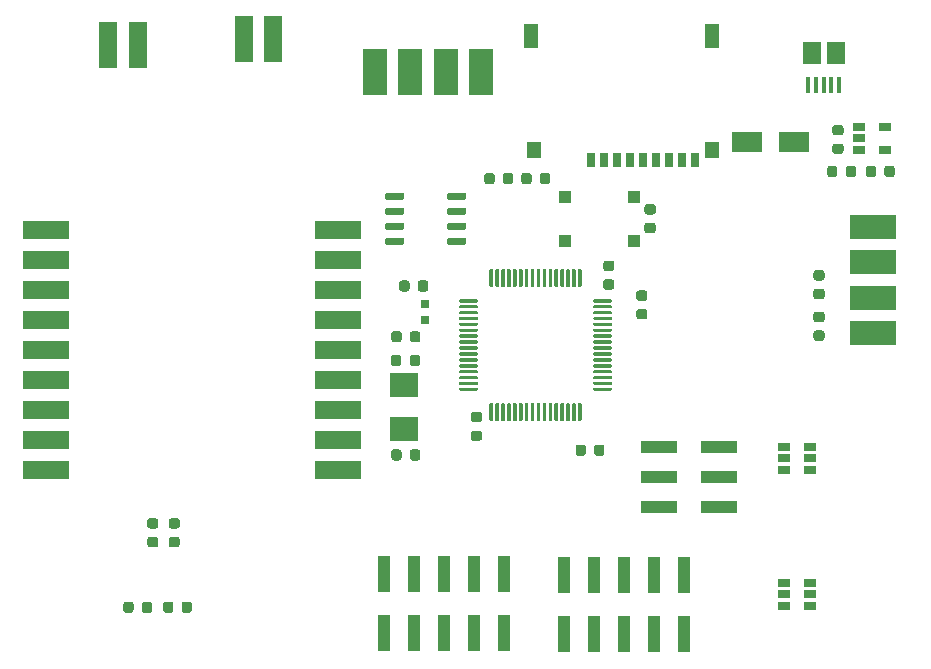
<source format=gbr>
%TF.GenerationSoftware,KiCad,Pcbnew,5.1.6-c6e7f7d~86~ubuntu20.04.1*%
%TF.CreationDate,2020-06-03T17:40:23+02:00*%
%TF.ProjectId,FShort,4653686f-7274-42e6-9b69-6361645f7063,rev?*%
%TF.SameCoordinates,Original*%
%TF.FileFunction,Paste,Top*%
%TF.FilePolarity,Positive*%
%FSLAX46Y46*%
G04 Gerber Fmt 4.6, Leading zero omitted, Abs format (unit mm)*
G04 Created by KiCad (PCBNEW 5.1.6-c6e7f7d~86~ubuntu20.04.1) date 2020-06-03 17:40:23*
%MOMM*%
%LPD*%
G01*
G04 APERTURE LIST*
%ADD10R,2.400000X2.000000*%
%ADD11R,2.500000X1.800000*%
%ADD12R,1.500000X1.900000*%
%ADD13R,0.400000X1.350000*%
%ADD14R,1.000000X3.150000*%
%ADD15R,2.000000X4.000000*%
%ADD16R,4.000000X2.000000*%
%ADD17R,3.150000X1.000000*%
%ADD18R,1.200000X1.400000*%
%ADD19R,0.700000X1.300000*%
%ADD20R,1.200000X2.000000*%
%ADD21R,1.100000X1.000000*%
%ADD22R,1.060000X0.650000*%
%ADD23R,4.000000X1.524000*%
%ADD24R,1.524000X4.000000*%
%ADD25R,0.800000X0.800000*%
G04 APERTURE END LIST*
%TO.C,C14*%
G36*
G01*
X114143750Y-84037500D02*
X114656250Y-84037500D01*
G75*
G02*
X114875000Y-84256250I0J-218750D01*
G01*
X114875000Y-84693750D01*
G75*
G02*
X114656250Y-84912500I-218750J0D01*
G01*
X114143750Y-84912500D01*
G75*
G02*
X113925000Y-84693750I0J218750D01*
G01*
X113925000Y-84256250D01*
G75*
G02*
X114143750Y-84037500I218750J0D01*
G01*
G37*
G36*
G01*
X114143750Y-82462500D02*
X114656250Y-82462500D01*
G75*
G02*
X114875000Y-82681250I0J-218750D01*
G01*
X114875000Y-83118750D01*
G75*
G02*
X114656250Y-83337500I-218750J0D01*
G01*
X114143750Y-83337500D01*
G75*
G02*
X113925000Y-83118750I0J218750D01*
G01*
X113925000Y-82681250D01*
G75*
G02*
X114143750Y-82462500I218750J0D01*
G01*
G37*
%TD*%
%TO.C,C13*%
G36*
G01*
X112343750Y-84037500D02*
X112856250Y-84037500D01*
G75*
G02*
X113075000Y-84256250I0J-218750D01*
G01*
X113075000Y-84693750D01*
G75*
G02*
X112856250Y-84912500I-218750J0D01*
G01*
X112343750Y-84912500D01*
G75*
G02*
X112125000Y-84693750I0J218750D01*
G01*
X112125000Y-84256250D01*
G75*
G02*
X112343750Y-84037500I218750J0D01*
G01*
G37*
G36*
G01*
X112343750Y-82462500D02*
X112856250Y-82462500D01*
G75*
G02*
X113075000Y-82681250I0J-218750D01*
G01*
X113075000Y-83118750D01*
G75*
G02*
X112856250Y-83337500I-218750J0D01*
G01*
X112343750Y-83337500D01*
G75*
G02*
X112125000Y-83118750I0J218750D01*
G01*
X112125000Y-82681250D01*
G75*
G02*
X112343750Y-82462500I218750J0D01*
G01*
G37*
%TD*%
D10*
%TO.C,Y1*%
X133900000Y-74900000D03*
X133900000Y-71200000D03*
%TD*%
%TO.C,U1*%
G36*
G01*
X138550000Y-64125000D02*
X138550000Y-63975000D01*
G75*
G02*
X138625000Y-63900000I75000J0D01*
G01*
X140025000Y-63900000D01*
G75*
G02*
X140100000Y-63975000I0J-75000D01*
G01*
X140100000Y-64125000D01*
G75*
G02*
X140025000Y-64200000I-75000J0D01*
G01*
X138625000Y-64200000D01*
G75*
G02*
X138550000Y-64125000I0J75000D01*
G01*
G37*
G36*
G01*
X138550000Y-64625000D02*
X138550000Y-64475000D01*
G75*
G02*
X138625000Y-64400000I75000J0D01*
G01*
X140025000Y-64400000D01*
G75*
G02*
X140100000Y-64475000I0J-75000D01*
G01*
X140100000Y-64625000D01*
G75*
G02*
X140025000Y-64700000I-75000J0D01*
G01*
X138625000Y-64700000D01*
G75*
G02*
X138550000Y-64625000I0J75000D01*
G01*
G37*
G36*
G01*
X138550000Y-65125000D02*
X138550000Y-64975000D01*
G75*
G02*
X138625000Y-64900000I75000J0D01*
G01*
X140025000Y-64900000D01*
G75*
G02*
X140100000Y-64975000I0J-75000D01*
G01*
X140100000Y-65125000D01*
G75*
G02*
X140025000Y-65200000I-75000J0D01*
G01*
X138625000Y-65200000D01*
G75*
G02*
X138550000Y-65125000I0J75000D01*
G01*
G37*
G36*
G01*
X138550000Y-65625000D02*
X138550000Y-65475000D01*
G75*
G02*
X138625000Y-65400000I75000J0D01*
G01*
X140025000Y-65400000D01*
G75*
G02*
X140100000Y-65475000I0J-75000D01*
G01*
X140100000Y-65625000D01*
G75*
G02*
X140025000Y-65700000I-75000J0D01*
G01*
X138625000Y-65700000D01*
G75*
G02*
X138550000Y-65625000I0J75000D01*
G01*
G37*
G36*
G01*
X138550000Y-66125000D02*
X138550000Y-65975000D01*
G75*
G02*
X138625000Y-65900000I75000J0D01*
G01*
X140025000Y-65900000D01*
G75*
G02*
X140100000Y-65975000I0J-75000D01*
G01*
X140100000Y-66125000D01*
G75*
G02*
X140025000Y-66200000I-75000J0D01*
G01*
X138625000Y-66200000D01*
G75*
G02*
X138550000Y-66125000I0J75000D01*
G01*
G37*
G36*
G01*
X138550000Y-66625000D02*
X138550000Y-66475000D01*
G75*
G02*
X138625000Y-66400000I75000J0D01*
G01*
X140025000Y-66400000D01*
G75*
G02*
X140100000Y-66475000I0J-75000D01*
G01*
X140100000Y-66625000D01*
G75*
G02*
X140025000Y-66700000I-75000J0D01*
G01*
X138625000Y-66700000D01*
G75*
G02*
X138550000Y-66625000I0J75000D01*
G01*
G37*
G36*
G01*
X138550000Y-67125000D02*
X138550000Y-66975000D01*
G75*
G02*
X138625000Y-66900000I75000J0D01*
G01*
X140025000Y-66900000D01*
G75*
G02*
X140100000Y-66975000I0J-75000D01*
G01*
X140100000Y-67125000D01*
G75*
G02*
X140025000Y-67200000I-75000J0D01*
G01*
X138625000Y-67200000D01*
G75*
G02*
X138550000Y-67125000I0J75000D01*
G01*
G37*
G36*
G01*
X138550000Y-67625000D02*
X138550000Y-67475000D01*
G75*
G02*
X138625000Y-67400000I75000J0D01*
G01*
X140025000Y-67400000D01*
G75*
G02*
X140100000Y-67475000I0J-75000D01*
G01*
X140100000Y-67625000D01*
G75*
G02*
X140025000Y-67700000I-75000J0D01*
G01*
X138625000Y-67700000D01*
G75*
G02*
X138550000Y-67625000I0J75000D01*
G01*
G37*
G36*
G01*
X138550000Y-68125000D02*
X138550000Y-67975000D01*
G75*
G02*
X138625000Y-67900000I75000J0D01*
G01*
X140025000Y-67900000D01*
G75*
G02*
X140100000Y-67975000I0J-75000D01*
G01*
X140100000Y-68125000D01*
G75*
G02*
X140025000Y-68200000I-75000J0D01*
G01*
X138625000Y-68200000D01*
G75*
G02*
X138550000Y-68125000I0J75000D01*
G01*
G37*
G36*
G01*
X138550000Y-68625000D02*
X138550000Y-68475000D01*
G75*
G02*
X138625000Y-68400000I75000J0D01*
G01*
X140025000Y-68400000D01*
G75*
G02*
X140100000Y-68475000I0J-75000D01*
G01*
X140100000Y-68625000D01*
G75*
G02*
X140025000Y-68700000I-75000J0D01*
G01*
X138625000Y-68700000D01*
G75*
G02*
X138550000Y-68625000I0J75000D01*
G01*
G37*
G36*
G01*
X138550000Y-69125000D02*
X138550000Y-68975000D01*
G75*
G02*
X138625000Y-68900000I75000J0D01*
G01*
X140025000Y-68900000D01*
G75*
G02*
X140100000Y-68975000I0J-75000D01*
G01*
X140100000Y-69125000D01*
G75*
G02*
X140025000Y-69200000I-75000J0D01*
G01*
X138625000Y-69200000D01*
G75*
G02*
X138550000Y-69125000I0J75000D01*
G01*
G37*
G36*
G01*
X138550000Y-69625000D02*
X138550000Y-69475000D01*
G75*
G02*
X138625000Y-69400000I75000J0D01*
G01*
X140025000Y-69400000D01*
G75*
G02*
X140100000Y-69475000I0J-75000D01*
G01*
X140100000Y-69625000D01*
G75*
G02*
X140025000Y-69700000I-75000J0D01*
G01*
X138625000Y-69700000D01*
G75*
G02*
X138550000Y-69625000I0J75000D01*
G01*
G37*
G36*
G01*
X138550000Y-70125000D02*
X138550000Y-69975000D01*
G75*
G02*
X138625000Y-69900000I75000J0D01*
G01*
X140025000Y-69900000D01*
G75*
G02*
X140100000Y-69975000I0J-75000D01*
G01*
X140100000Y-70125000D01*
G75*
G02*
X140025000Y-70200000I-75000J0D01*
G01*
X138625000Y-70200000D01*
G75*
G02*
X138550000Y-70125000I0J75000D01*
G01*
G37*
G36*
G01*
X138550000Y-70625000D02*
X138550000Y-70475000D01*
G75*
G02*
X138625000Y-70400000I75000J0D01*
G01*
X140025000Y-70400000D01*
G75*
G02*
X140100000Y-70475000I0J-75000D01*
G01*
X140100000Y-70625000D01*
G75*
G02*
X140025000Y-70700000I-75000J0D01*
G01*
X138625000Y-70700000D01*
G75*
G02*
X138550000Y-70625000I0J75000D01*
G01*
G37*
G36*
G01*
X138550000Y-71125000D02*
X138550000Y-70975000D01*
G75*
G02*
X138625000Y-70900000I75000J0D01*
G01*
X140025000Y-70900000D01*
G75*
G02*
X140100000Y-70975000I0J-75000D01*
G01*
X140100000Y-71125000D01*
G75*
G02*
X140025000Y-71200000I-75000J0D01*
G01*
X138625000Y-71200000D01*
G75*
G02*
X138550000Y-71125000I0J75000D01*
G01*
G37*
G36*
G01*
X138550000Y-71625000D02*
X138550000Y-71475000D01*
G75*
G02*
X138625000Y-71400000I75000J0D01*
G01*
X140025000Y-71400000D01*
G75*
G02*
X140100000Y-71475000I0J-75000D01*
G01*
X140100000Y-71625000D01*
G75*
G02*
X140025000Y-71700000I-75000J0D01*
G01*
X138625000Y-71700000D01*
G75*
G02*
X138550000Y-71625000I0J75000D01*
G01*
G37*
G36*
G01*
X141100000Y-74175000D02*
X141100000Y-72775000D01*
G75*
G02*
X141175000Y-72700000I75000J0D01*
G01*
X141325000Y-72700000D01*
G75*
G02*
X141400000Y-72775000I0J-75000D01*
G01*
X141400000Y-74175000D01*
G75*
G02*
X141325000Y-74250000I-75000J0D01*
G01*
X141175000Y-74250000D01*
G75*
G02*
X141100000Y-74175000I0J75000D01*
G01*
G37*
G36*
G01*
X141600000Y-74175000D02*
X141600000Y-72775000D01*
G75*
G02*
X141675000Y-72700000I75000J0D01*
G01*
X141825000Y-72700000D01*
G75*
G02*
X141900000Y-72775000I0J-75000D01*
G01*
X141900000Y-74175000D01*
G75*
G02*
X141825000Y-74250000I-75000J0D01*
G01*
X141675000Y-74250000D01*
G75*
G02*
X141600000Y-74175000I0J75000D01*
G01*
G37*
G36*
G01*
X142100000Y-74175000D02*
X142100000Y-72775000D01*
G75*
G02*
X142175000Y-72700000I75000J0D01*
G01*
X142325000Y-72700000D01*
G75*
G02*
X142400000Y-72775000I0J-75000D01*
G01*
X142400000Y-74175000D01*
G75*
G02*
X142325000Y-74250000I-75000J0D01*
G01*
X142175000Y-74250000D01*
G75*
G02*
X142100000Y-74175000I0J75000D01*
G01*
G37*
G36*
G01*
X142600000Y-74175000D02*
X142600000Y-72775000D01*
G75*
G02*
X142675000Y-72700000I75000J0D01*
G01*
X142825000Y-72700000D01*
G75*
G02*
X142900000Y-72775000I0J-75000D01*
G01*
X142900000Y-74175000D01*
G75*
G02*
X142825000Y-74250000I-75000J0D01*
G01*
X142675000Y-74250000D01*
G75*
G02*
X142600000Y-74175000I0J75000D01*
G01*
G37*
G36*
G01*
X143100000Y-74175000D02*
X143100000Y-72775000D01*
G75*
G02*
X143175000Y-72700000I75000J0D01*
G01*
X143325000Y-72700000D01*
G75*
G02*
X143400000Y-72775000I0J-75000D01*
G01*
X143400000Y-74175000D01*
G75*
G02*
X143325000Y-74250000I-75000J0D01*
G01*
X143175000Y-74250000D01*
G75*
G02*
X143100000Y-74175000I0J75000D01*
G01*
G37*
G36*
G01*
X143600000Y-74175000D02*
X143600000Y-72775000D01*
G75*
G02*
X143675000Y-72700000I75000J0D01*
G01*
X143825000Y-72700000D01*
G75*
G02*
X143900000Y-72775000I0J-75000D01*
G01*
X143900000Y-74175000D01*
G75*
G02*
X143825000Y-74250000I-75000J0D01*
G01*
X143675000Y-74250000D01*
G75*
G02*
X143600000Y-74175000I0J75000D01*
G01*
G37*
G36*
G01*
X144100000Y-74175000D02*
X144100000Y-72775000D01*
G75*
G02*
X144175000Y-72700000I75000J0D01*
G01*
X144325000Y-72700000D01*
G75*
G02*
X144400000Y-72775000I0J-75000D01*
G01*
X144400000Y-74175000D01*
G75*
G02*
X144325000Y-74250000I-75000J0D01*
G01*
X144175000Y-74250000D01*
G75*
G02*
X144100000Y-74175000I0J75000D01*
G01*
G37*
G36*
G01*
X144600000Y-74175000D02*
X144600000Y-72775000D01*
G75*
G02*
X144675000Y-72700000I75000J0D01*
G01*
X144825000Y-72700000D01*
G75*
G02*
X144900000Y-72775000I0J-75000D01*
G01*
X144900000Y-74175000D01*
G75*
G02*
X144825000Y-74250000I-75000J0D01*
G01*
X144675000Y-74250000D01*
G75*
G02*
X144600000Y-74175000I0J75000D01*
G01*
G37*
G36*
G01*
X145100000Y-74175000D02*
X145100000Y-72775000D01*
G75*
G02*
X145175000Y-72700000I75000J0D01*
G01*
X145325000Y-72700000D01*
G75*
G02*
X145400000Y-72775000I0J-75000D01*
G01*
X145400000Y-74175000D01*
G75*
G02*
X145325000Y-74250000I-75000J0D01*
G01*
X145175000Y-74250000D01*
G75*
G02*
X145100000Y-74175000I0J75000D01*
G01*
G37*
G36*
G01*
X145600000Y-74175000D02*
X145600000Y-72775000D01*
G75*
G02*
X145675000Y-72700000I75000J0D01*
G01*
X145825000Y-72700000D01*
G75*
G02*
X145900000Y-72775000I0J-75000D01*
G01*
X145900000Y-74175000D01*
G75*
G02*
X145825000Y-74250000I-75000J0D01*
G01*
X145675000Y-74250000D01*
G75*
G02*
X145600000Y-74175000I0J75000D01*
G01*
G37*
G36*
G01*
X146100000Y-74175000D02*
X146100000Y-72775000D01*
G75*
G02*
X146175000Y-72700000I75000J0D01*
G01*
X146325000Y-72700000D01*
G75*
G02*
X146400000Y-72775000I0J-75000D01*
G01*
X146400000Y-74175000D01*
G75*
G02*
X146325000Y-74250000I-75000J0D01*
G01*
X146175000Y-74250000D01*
G75*
G02*
X146100000Y-74175000I0J75000D01*
G01*
G37*
G36*
G01*
X146600000Y-74175000D02*
X146600000Y-72775000D01*
G75*
G02*
X146675000Y-72700000I75000J0D01*
G01*
X146825000Y-72700000D01*
G75*
G02*
X146900000Y-72775000I0J-75000D01*
G01*
X146900000Y-74175000D01*
G75*
G02*
X146825000Y-74250000I-75000J0D01*
G01*
X146675000Y-74250000D01*
G75*
G02*
X146600000Y-74175000I0J75000D01*
G01*
G37*
G36*
G01*
X147100000Y-74175000D02*
X147100000Y-72775000D01*
G75*
G02*
X147175000Y-72700000I75000J0D01*
G01*
X147325000Y-72700000D01*
G75*
G02*
X147400000Y-72775000I0J-75000D01*
G01*
X147400000Y-74175000D01*
G75*
G02*
X147325000Y-74250000I-75000J0D01*
G01*
X147175000Y-74250000D01*
G75*
G02*
X147100000Y-74175000I0J75000D01*
G01*
G37*
G36*
G01*
X147600000Y-74175000D02*
X147600000Y-72775000D01*
G75*
G02*
X147675000Y-72700000I75000J0D01*
G01*
X147825000Y-72700000D01*
G75*
G02*
X147900000Y-72775000I0J-75000D01*
G01*
X147900000Y-74175000D01*
G75*
G02*
X147825000Y-74250000I-75000J0D01*
G01*
X147675000Y-74250000D01*
G75*
G02*
X147600000Y-74175000I0J75000D01*
G01*
G37*
G36*
G01*
X148100000Y-74175000D02*
X148100000Y-72775000D01*
G75*
G02*
X148175000Y-72700000I75000J0D01*
G01*
X148325000Y-72700000D01*
G75*
G02*
X148400000Y-72775000I0J-75000D01*
G01*
X148400000Y-74175000D01*
G75*
G02*
X148325000Y-74250000I-75000J0D01*
G01*
X148175000Y-74250000D01*
G75*
G02*
X148100000Y-74175000I0J75000D01*
G01*
G37*
G36*
G01*
X148600000Y-74175000D02*
X148600000Y-72775000D01*
G75*
G02*
X148675000Y-72700000I75000J0D01*
G01*
X148825000Y-72700000D01*
G75*
G02*
X148900000Y-72775000I0J-75000D01*
G01*
X148900000Y-74175000D01*
G75*
G02*
X148825000Y-74250000I-75000J0D01*
G01*
X148675000Y-74250000D01*
G75*
G02*
X148600000Y-74175000I0J75000D01*
G01*
G37*
G36*
G01*
X149900000Y-71625000D02*
X149900000Y-71475000D01*
G75*
G02*
X149975000Y-71400000I75000J0D01*
G01*
X151375000Y-71400000D01*
G75*
G02*
X151450000Y-71475000I0J-75000D01*
G01*
X151450000Y-71625000D01*
G75*
G02*
X151375000Y-71700000I-75000J0D01*
G01*
X149975000Y-71700000D01*
G75*
G02*
X149900000Y-71625000I0J75000D01*
G01*
G37*
G36*
G01*
X149900000Y-71125000D02*
X149900000Y-70975000D01*
G75*
G02*
X149975000Y-70900000I75000J0D01*
G01*
X151375000Y-70900000D01*
G75*
G02*
X151450000Y-70975000I0J-75000D01*
G01*
X151450000Y-71125000D01*
G75*
G02*
X151375000Y-71200000I-75000J0D01*
G01*
X149975000Y-71200000D01*
G75*
G02*
X149900000Y-71125000I0J75000D01*
G01*
G37*
G36*
G01*
X149900000Y-70625000D02*
X149900000Y-70475000D01*
G75*
G02*
X149975000Y-70400000I75000J0D01*
G01*
X151375000Y-70400000D01*
G75*
G02*
X151450000Y-70475000I0J-75000D01*
G01*
X151450000Y-70625000D01*
G75*
G02*
X151375000Y-70700000I-75000J0D01*
G01*
X149975000Y-70700000D01*
G75*
G02*
X149900000Y-70625000I0J75000D01*
G01*
G37*
G36*
G01*
X149900000Y-70125000D02*
X149900000Y-69975000D01*
G75*
G02*
X149975000Y-69900000I75000J0D01*
G01*
X151375000Y-69900000D01*
G75*
G02*
X151450000Y-69975000I0J-75000D01*
G01*
X151450000Y-70125000D01*
G75*
G02*
X151375000Y-70200000I-75000J0D01*
G01*
X149975000Y-70200000D01*
G75*
G02*
X149900000Y-70125000I0J75000D01*
G01*
G37*
G36*
G01*
X149900000Y-69625000D02*
X149900000Y-69475000D01*
G75*
G02*
X149975000Y-69400000I75000J0D01*
G01*
X151375000Y-69400000D01*
G75*
G02*
X151450000Y-69475000I0J-75000D01*
G01*
X151450000Y-69625000D01*
G75*
G02*
X151375000Y-69700000I-75000J0D01*
G01*
X149975000Y-69700000D01*
G75*
G02*
X149900000Y-69625000I0J75000D01*
G01*
G37*
G36*
G01*
X149900000Y-69125000D02*
X149900000Y-68975000D01*
G75*
G02*
X149975000Y-68900000I75000J0D01*
G01*
X151375000Y-68900000D01*
G75*
G02*
X151450000Y-68975000I0J-75000D01*
G01*
X151450000Y-69125000D01*
G75*
G02*
X151375000Y-69200000I-75000J0D01*
G01*
X149975000Y-69200000D01*
G75*
G02*
X149900000Y-69125000I0J75000D01*
G01*
G37*
G36*
G01*
X149900000Y-68625000D02*
X149900000Y-68475000D01*
G75*
G02*
X149975000Y-68400000I75000J0D01*
G01*
X151375000Y-68400000D01*
G75*
G02*
X151450000Y-68475000I0J-75000D01*
G01*
X151450000Y-68625000D01*
G75*
G02*
X151375000Y-68700000I-75000J0D01*
G01*
X149975000Y-68700000D01*
G75*
G02*
X149900000Y-68625000I0J75000D01*
G01*
G37*
G36*
G01*
X149900000Y-68125000D02*
X149900000Y-67975000D01*
G75*
G02*
X149975000Y-67900000I75000J0D01*
G01*
X151375000Y-67900000D01*
G75*
G02*
X151450000Y-67975000I0J-75000D01*
G01*
X151450000Y-68125000D01*
G75*
G02*
X151375000Y-68200000I-75000J0D01*
G01*
X149975000Y-68200000D01*
G75*
G02*
X149900000Y-68125000I0J75000D01*
G01*
G37*
G36*
G01*
X149900000Y-67625000D02*
X149900000Y-67475000D01*
G75*
G02*
X149975000Y-67400000I75000J0D01*
G01*
X151375000Y-67400000D01*
G75*
G02*
X151450000Y-67475000I0J-75000D01*
G01*
X151450000Y-67625000D01*
G75*
G02*
X151375000Y-67700000I-75000J0D01*
G01*
X149975000Y-67700000D01*
G75*
G02*
X149900000Y-67625000I0J75000D01*
G01*
G37*
G36*
G01*
X149900000Y-67125000D02*
X149900000Y-66975000D01*
G75*
G02*
X149975000Y-66900000I75000J0D01*
G01*
X151375000Y-66900000D01*
G75*
G02*
X151450000Y-66975000I0J-75000D01*
G01*
X151450000Y-67125000D01*
G75*
G02*
X151375000Y-67200000I-75000J0D01*
G01*
X149975000Y-67200000D01*
G75*
G02*
X149900000Y-67125000I0J75000D01*
G01*
G37*
G36*
G01*
X149900000Y-66625000D02*
X149900000Y-66475000D01*
G75*
G02*
X149975000Y-66400000I75000J0D01*
G01*
X151375000Y-66400000D01*
G75*
G02*
X151450000Y-66475000I0J-75000D01*
G01*
X151450000Y-66625000D01*
G75*
G02*
X151375000Y-66700000I-75000J0D01*
G01*
X149975000Y-66700000D01*
G75*
G02*
X149900000Y-66625000I0J75000D01*
G01*
G37*
G36*
G01*
X149900000Y-66125000D02*
X149900000Y-65975000D01*
G75*
G02*
X149975000Y-65900000I75000J0D01*
G01*
X151375000Y-65900000D01*
G75*
G02*
X151450000Y-65975000I0J-75000D01*
G01*
X151450000Y-66125000D01*
G75*
G02*
X151375000Y-66200000I-75000J0D01*
G01*
X149975000Y-66200000D01*
G75*
G02*
X149900000Y-66125000I0J75000D01*
G01*
G37*
G36*
G01*
X149900000Y-65625000D02*
X149900000Y-65475000D01*
G75*
G02*
X149975000Y-65400000I75000J0D01*
G01*
X151375000Y-65400000D01*
G75*
G02*
X151450000Y-65475000I0J-75000D01*
G01*
X151450000Y-65625000D01*
G75*
G02*
X151375000Y-65700000I-75000J0D01*
G01*
X149975000Y-65700000D01*
G75*
G02*
X149900000Y-65625000I0J75000D01*
G01*
G37*
G36*
G01*
X149900000Y-65125000D02*
X149900000Y-64975000D01*
G75*
G02*
X149975000Y-64900000I75000J0D01*
G01*
X151375000Y-64900000D01*
G75*
G02*
X151450000Y-64975000I0J-75000D01*
G01*
X151450000Y-65125000D01*
G75*
G02*
X151375000Y-65200000I-75000J0D01*
G01*
X149975000Y-65200000D01*
G75*
G02*
X149900000Y-65125000I0J75000D01*
G01*
G37*
G36*
G01*
X149900000Y-64625000D02*
X149900000Y-64475000D01*
G75*
G02*
X149975000Y-64400000I75000J0D01*
G01*
X151375000Y-64400000D01*
G75*
G02*
X151450000Y-64475000I0J-75000D01*
G01*
X151450000Y-64625000D01*
G75*
G02*
X151375000Y-64700000I-75000J0D01*
G01*
X149975000Y-64700000D01*
G75*
G02*
X149900000Y-64625000I0J75000D01*
G01*
G37*
G36*
G01*
X149900000Y-64125000D02*
X149900000Y-63975000D01*
G75*
G02*
X149975000Y-63900000I75000J0D01*
G01*
X151375000Y-63900000D01*
G75*
G02*
X151450000Y-63975000I0J-75000D01*
G01*
X151450000Y-64125000D01*
G75*
G02*
X151375000Y-64200000I-75000J0D01*
G01*
X149975000Y-64200000D01*
G75*
G02*
X149900000Y-64125000I0J75000D01*
G01*
G37*
G36*
G01*
X148600000Y-62825000D02*
X148600000Y-61425000D01*
G75*
G02*
X148675000Y-61350000I75000J0D01*
G01*
X148825000Y-61350000D01*
G75*
G02*
X148900000Y-61425000I0J-75000D01*
G01*
X148900000Y-62825000D01*
G75*
G02*
X148825000Y-62900000I-75000J0D01*
G01*
X148675000Y-62900000D01*
G75*
G02*
X148600000Y-62825000I0J75000D01*
G01*
G37*
G36*
G01*
X148100000Y-62825000D02*
X148100000Y-61425000D01*
G75*
G02*
X148175000Y-61350000I75000J0D01*
G01*
X148325000Y-61350000D01*
G75*
G02*
X148400000Y-61425000I0J-75000D01*
G01*
X148400000Y-62825000D01*
G75*
G02*
X148325000Y-62900000I-75000J0D01*
G01*
X148175000Y-62900000D01*
G75*
G02*
X148100000Y-62825000I0J75000D01*
G01*
G37*
G36*
G01*
X147600000Y-62825000D02*
X147600000Y-61425000D01*
G75*
G02*
X147675000Y-61350000I75000J0D01*
G01*
X147825000Y-61350000D01*
G75*
G02*
X147900000Y-61425000I0J-75000D01*
G01*
X147900000Y-62825000D01*
G75*
G02*
X147825000Y-62900000I-75000J0D01*
G01*
X147675000Y-62900000D01*
G75*
G02*
X147600000Y-62825000I0J75000D01*
G01*
G37*
G36*
G01*
X147100000Y-62825000D02*
X147100000Y-61425000D01*
G75*
G02*
X147175000Y-61350000I75000J0D01*
G01*
X147325000Y-61350000D01*
G75*
G02*
X147400000Y-61425000I0J-75000D01*
G01*
X147400000Y-62825000D01*
G75*
G02*
X147325000Y-62900000I-75000J0D01*
G01*
X147175000Y-62900000D01*
G75*
G02*
X147100000Y-62825000I0J75000D01*
G01*
G37*
G36*
G01*
X146600000Y-62825000D02*
X146600000Y-61425000D01*
G75*
G02*
X146675000Y-61350000I75000J0D01*
G01*
X146825000Y-61350000D01*
G75*
G02*
X146900000Y-61425000I0J-75000D01*
G01*
X146900000Y-62825000D01*
G75*
G02*
X146825000Y-62900000I-75000J0D01*
G01*
X146675000Y-62900000D01*
G75*
G02*
X146600000Y-62825000I0J75000D01*
G01*
G37*
G36*
G01*
X146100000Y-62825000D02*
X146100000Y-61425000D01*
G75*
G02*
X146175000Y-61350000I75000J0D01*
G01*
X146325000Y-61350000D01*
G75*
G02*
X146400000Y-61425000I0J-75000D01*
G01*
X146400000Y-62825000D01*
G75*
G02*
X146325000Y-62900000I-75000J0D01*
G01*
X146175000Y-62900000D01*
G75*
G02*
X146100000Y-62825000I0J75000D01*
G01*
G37*
G36*
G01*
X145600000Y-62825000D02*
X145600000Y-61425000D01*
G75*
G02*
X145675000Y-61350000I75000J0D01*
G01*
X145825000Y-61350000D01*
G75*
G02*
X145900000Y-61425000I0J-75000D01*
G01*
X145900000Y-62825000D01*
G75*
G02*
X145825000Y-62900000I-75000J0D01*
G01*
X145675000Y-62900000D01*
G75*
G02*
X145600000Y-62825000I0J75000D01*
G01*
G37*
G36*
G01*
X145100000Y-62825000D02*
X145100000Y-61425000D01*
G75*
G02*
X145175000Y-61350000I75000J0D01*
G01*
X145325000Y-61350000D01*
G75*
G02*
X145400000Y-61425000I0J-75000D01*
G01*
X145400000Y-62825000D01*
G75*
G02*
X145325000Y-62900000I-75000J0D01*
G01*
X145175000Y-62900000D01*
G75*
G02*
X145100000Y-62825000I0J75000D01*
G01*
G37*
G36*
G01*
X144600000Y-62825000D02*
X144600000Y-61425000D01*
G75*
G02*
X144675000Y-61350000I75000J0D01*
G01*
X144825000Y-61350000D01*
G75*
G02*
X144900000Y-61425000I0J-75000D01*
G01*
X144900000Y-62825000D01*
G75*
G02*
X144825000Y-62900000I-75000J0D01*
G01*
X144675000Y-62900000D01*
G75*
G02*
X144600000Y-62825000I0J75000D01*
G01*
G37*
G36*
G01*
X144100000Y-62825000D02*
X144100000Y-61425000D01*
G75*
G02*
X144175000Y-61350000I75000J0D01*
G01*
X144325000Y-61350000D01*
G75*
G02*
X144400000Y-61425000I0J-75000D01*
G01*
X144400000Y-62825000D01*
G75*
G02*
X144325000Y-62900000I-75000J0D01*
G01*
X144175000Y-62900000D01*
G75*
G02*
X144100000Y-62825000I0J75000D01*
G01*
G37*
G36*
G01*
X143600000Y-62825000D02*
X143600000Y-61425000D01*
G75*
G02*
X143675000Y-61350000I75000J0D01*
G01*
X143825000Y-61350000D01*
G75*
G02*
X143900000Y-61425000I0J-75000D01*
G01*
X143900000Y-62825000D01*
G75*
G02*
X143825000Y-62900000I-75000J0D01*
G01*
X143675000Y-62900000D01*
G75*
G02*
X143600000Y-62825000I0J75000D01*
G01*
G37*
G36*
G01*
X143100000Y-62825000D02*
X143100000Y-61425000D01*
G75*
G02*
X143175000Y-61350000I75000J0D01*
G01*
X143325000Y-61350000D01*
G75*
G02*
X143400000Y-61425000I0J-75000D01*
G01*
X143400000Y-62825000D01*
G75*
G02*
X143325000Y-62900000I-75000J0D01*
G01*
X143175000Y-62900000D01*
G75*
G02*
X143100000Y-62825000I0J75000D01*
G01*
G37*
G36*
G01*
X142600000Y-62825000D02*
X142600000Y-61425000D01*
G75*
G02*
X142675000Y-61350000I75000J0D01*
G01*
X142825000Y-61350000D01*
G75*
G02*
X142900000Y-61425000I0J-75000D01*
G01*
X142900000Y-62825000D01*
G75*
G02*
X142825000Y-62900000I-75000J0D01*
G01*
X142675000Y-62900000D01*
G75*
G02*
X142600000Y-62825000I0J75000D01*
G01*
G37*
G36*
G01*
X142100000Y-62825000D02*
X142100000Y-61425000D01*
G75*
G02*
X142175000Y-61350000I75000J0D01*
G01*
X142325000Y-61350000D01*
G75*
G02*
X142400000Y-61425000I0J-75000D01*
G01*
X142400000Y-62825000D01*
G75*
G02*
X142325000Y-62900000I-75000J0D01*
G01*
X142175000Y-62900000D01*
G75*
G02*
X142100000Y-62825000I0J75000D01*
G01*
G37*
G36*
G01*
X141600000Y-62825000D02*
X141600000Y-61425000D01*
G75*
G02*
X141675000Y-61350000I75000J0D01*
G01*
X141825000Y-61350000D01*
G75*
G02*
X141900000Y-61425000I0J-75000D01*
G01*
X141900000Y-62825000D01*
G75*
G02*
X141825000Y-62900000I-75000J0D01*
G01*
X141675000Y-62900000D01*
G75*
G02*
X141600000Y-62825000I0J75000D01*
G01*
G37*
G36*
G01*
X141100000Y-62825000D02*
X141100000Y-61425000D01*
G75*
G02*
X141175000Y-61350000I75000J0D01*
G01*
X141325000Y-61350000D01*
G75*
G02*
X141400000Y-61425000I0J-75000D01*
G01*
X141400000Y-62825000D01*
G75*
G02*
X141325000Y-62900000I-75000J0D01*
G01*
X141175000Y-62900000D01*
G75*
G02*
X141100000Y-62825000I0J75000D01*
G01*
G37*
%TD*%
%TO.C,C1*%
G36*
G01*
X135212500Y-68843750D02*
X135212500Y-69356250D01*
G75*
G02*
X134993750Y-69575000I-218750J0D01*
G01*
X134556250Y-69575000D01*
G75*
G02*
X134337500Y-69356250I0J218750D01*
G01*
X134337500Y-68843750D01*
G75*
G02*
X134556250Y-68625000I218750J0D01*
G01*
X134993750Y-68625000D01*
G75*
G02*
X135212500Y-68843750I0J-218750D01*
G01*
G37*
G36*
G01*
X133637500Y-68843750D02*
X133637500Y-69356250D01*
G75*
G02*
X133418750Y-69575000I-218750J0D01*
G01*
X132981250Y-69575000D01*
G75*
G02*
X132762500Y-69356250I0J218750D01*
G01*
X132762500Y-68843750D01*
G75*
G02*
X132981250Y-68625000I218750J0D01*
G01*
X133418750Y-68625000D01*
G75*
G02*
X133637500Y-68843750I0J-218750D01*
G01*
G37*
%TD*%
%TO.C,C2*%
G36*
G01*
X133662500Y-76843750D02*
X133662500Y-77356250D01*
G75*
G02*
X133443750Y-77575000I-218750J0D01*
G01*
X133006250Y-77575000D01*
G75*
G02*
X132787500Y-77356250I0J218750D01*
G01*
X132787500Y-76843750D01*
G75*
G02*
X133006250Y-76625000I218750J0D01*
G01*
X133443750Y-76625000D01*
G75*
G02*
X133662500Y-76843750I0J-218750D01*
G01*
G37*
G36*
G01*
X135237500Y-76843750D02*
X135237500Y-77356250D01*
G75*
G02*
X135018750Y-77575000I-218750J0D01*
G01*
X134581250Y-77575000D01*
G75*
G02*
X134362500Y-77356250I0J218750D01*
G01*
X134362500Y-76843750D01*
G75*
G02*
X134581250Y-76625000I218750J0D01*
G01*
X135018750Y-76625000D01*
G75*
G02*
X135237500Y-76843750I0J-218750D01*
G01*
G37*
%TD*%
%TO.C,C3*%
G36*
G01*
X135912500Y-62543750D02*
X135912500Y-63056250D01*
G75*
G02*
X135693750Y-63275000I-218750J0D01*
G01*
X135256250Y-63275000D01*
G75*
G02*
X135037500Y-63056250I0J218750D01*
G01*
X135037500Y-62543750D01*
G75*
G02*
X135256250Y-62325000I218750J0D01*
G01*
X135693750Y-62325000D01*
G75*
G02*
X135912500Y-62543750I0J-218750D01*
G01*
G37*
G36*
G01*
X134337500Y-62543750D02*
X134337500Y-63056250D01*
G75*
G02*
X134118750Y-63275000I-218750J0D01*
G01*
X133681250Y-63275000D01*
G75*
G02*
X133462500Y-63056250I0J218750D01*
G01*
X133462500Y-62543750D01*
G75*
G02*
X133681250Y-62325000I218750J0D01*
G01*
X134118750Y-62325000D01*
G75*
G02*
X134337500Y-62543750I0J-218750D01*
G01*
G37*
%TD*%
%TO.C,C4*%
G36*
G01*
X133662500Y-66843750D02*
X133662500Y-67356250D01*
G75*
G02*
X133443750Y-67575000I-218750J0D01*
G01*
X133006250Y-67575000D01*
G75*
G02*
X132787500Y-67356250I0J218750D01*
G01*
X132787500Y-66843750D01*
G75*
G02*
X133006250Y-66625000I218750J0D01*
G01*
X133443750Y-66625000D01*
G75*
G02*
X133662500Y-66843750I0J-218750D01*
G01*
G37*
G36*
G01*
X135237500Y-66843750D02*
X135237500Y-67356250D01*
G75*
G02*
X135018750Y-67575000I-218750J0D01*
G01*
X134581250Y-67575000D01*
G75*
G02*
X134362500Y-67356250I0J218750D01*
G01*
X134362500Y-66843750D01*
G75*
G02*
X134581250Y-66625000I218750J0D01*
G01*
X135018750Y-66625000D01*
G75*
G02*
X135237500Y-66843750I0J-218750D01*
G01*
G37*
%TD*%
%TO.C,C5*%
G36*
G01*
X143112500Y-53443750D02*
X143112500Y-53956250D01*
G75*
G02*
X142893750Y-54175000I-218750J0D01*
G01*
X142456250Y-54175000D01*
G75*
G02*
X142237500Y-53956250I0J218750D01*
G01*
X142237500Y-53443750D01*
G75*
G02*
X142456250Y-53225000I218750J0D01*
G01*
X142893750Y-53225000D01*
G75*
G02*
X143112500Y-53443750I0J-218750D01*
G01*
G37*
G36*
G01*
X141537500Y-53443750D02*
X141537500Y-53956250D01*
G75*
G02*
X141318750Y-54175000I-218750J0D01*
G01*
X140881250Y-54175000D01*
G75*
G02*
X140662500Y-53956250I0J218750D01*
G01*
X140662500Y-53443750D01*
G75*
G02*
X140881250Y-53225000I218750J0D01*
G01*
X141318750Y-53225000D01*
G75*
G02*
X141537500Y-53443750I0J-218750D01*
G01*
G37*
%TD*%
%TO.C,C6*%
G36*
G01*
X154443750Y-57450000D02*
X154956250Y-57450000D01*
G75*
G02*
X155175000Y-57668750I0J-218750D01*
G01*
X155175000Y-58106250D01*
G75*
G02*
X154956250Y-58325000I-218750J0D01*
G01*
X154443750Y-58325000D01*
G75*
G02*
X154225000Y-58106250I0J218750D01*
G01*
X154225000Y-57668750D01*
G75*
G02*
X154443750Y-57450000I218750J0D01*
G01*
G37*
G36*
G01*
X154443750Y-55875000D02*
X154956250Y-55875000D01*
G75*
G02*
X155175000Y-56093750I0J-218750D01*
G01*
X155175000Y-56531250D01*
G75*
G02*
X154956250Y-56750000I-218750J0D01*
G01*
X154443750Y-56750000D01*
G75*
G02*
X154225000Y-56531250I0J218750D01*
G01*
X154225000Y-56093750D01*
G75*
G02*
X154443750Y-55875000I218750J0D01*
G01*
G37*
%TD*%
%TO.C,C7*%
G36*
G01*
X148387500Y-76956250D02*
X148387500Y-76443750D01*
G75*
G02*
X148606250Y-76225000I218750J0D01*
G01*
X149043750Y-76225000D01*
G75*
G02*
X149262500Y-76443750I0J-218750D01*
G01*
X149262500Y-76956250D01*
G75*
G02*
X149043750Y-77175000I-218750J0D01*
G01*
X148606250Y-77175000D01*
G75*
G02*
X148387500Y-76956250I0J218750D01*
G01*
G37*
G36*
G01*
X149962500Y-76956250D02*
X149962500Y-76443750D01*
G75*
G02*
X150181250Y-76225000I218750J0D01*
G01*
X150618750Y-76225000D01*
G75*
G02*
X150837500Y-76443750I0J-218750D01*
G01*
X150837500Y-76956250D01*
G75*
G02*
X150618750Y-77175000I-218750J0D01*
G01*
X150181250Y-77175000D01*
G75*
G02*
X149962500Y-76956250I0J218750D01*
G01*
G37*
%TD*%
%TO.C,C8*%
G36*
G01*
X140256250Y-74337500D02*
X139743750Y-74337500D01*
G75*
G02*
X139525000Y-74118750I0J218750D01*
G01*
X139525000Y-73681250D01*
G75*
G02*
X139743750Y-73462500I218750J0D01*
G01*
X140256250Y-73462500D01*
G75*
G02*
X140475000Y-73681250I0J-218750D01*
G01*
X140475000Y-74118750D01*
G75*
G02*
X140256250Y-74337500I-218750J0D01*
G01*
G37*
G36*
G01*
X140256250Y-75912500D02*
X139743750Y-75912500D01*
G75*
G02*
X139525000Y-75693750I0J218750D01*
G01*
X139525000Y-75256250D01*
G75*
G02*
X139743750Y-75037500I218750J0D01*
G01*
X140256250Y-75037500D01*
G75*
G02*
X140475000Y-75256250I0J-218750D01*
G01*
X140475000Y-75693750D01*
G75*
G02*
X140256250Y-75912500I-218750J0D01*
G01*
G37*
%TD*%
%TO.C,C9*%
G36*
G01*
X150943750Y-60662500D02*
X151456250Y-60662500D01*
G75*
G02*
X151675000Y-60881250I0J-218750D01*
G01*
X151675000Y-61318750D01*
G75*
G02*
X151456250Y-61537500I-218750J0D01*
G01*
X150943750Y-61537500D01*
G75*
G02*
X150725000Y-61318750I0J218750D01*
G01*
X150725000Y-60881250D01*
G75*
G02*
X150943750Y-60662500I218750J0D01*
G01*
G37*
G36*
G01*
X150943750Y-62237500D02*
X151456250Y-62237500D01*
G75*
G02*
X151675000Y-62456250I0J-218750D01*
G01*
X151675000Y-62893750D01*
G75*
G02*
X151456250Y-63112500I-218750J0D01*
G01*
X150943750Y-63112500D01*
G75*
G02*
X150725000Y-62893750I0J218750D01*
G01*
X150725000Y-62456250D01*
G75*
G02*
X150943750Y-62237500I218750J0D01*
G01*
G37*
%TD*%
%TO.C,C10*%
G36*
G01*
X154256250Y-64050000D02*
X153743750Y-64050000D01*
G75*
G02*
X153525000Y-63831250I0J218750D01*
G01*
X153525000Y-63393750D01*
G75*
G02*
X153743750Y-63175000I218750J0D01*
G01*
X154256250Y-63175000D01*
G75*
G02*
X154475000Y-63393750I0J-218750D01*
G01*
X154475000Y-63831250D01*
G75*
G02*
X154256250Y-64050000I-218750J0D01*
G01*
G37*
G36*
G01*
X154256250Y-65625000D02*
X153743750Y-65625000D01*
G75*
G02*
X153525000Y-65406250I0J218750D01*
G01*
X153525000Y-64968750D01*
G75*
G02*
X153743750Y-64750000I218750J0D01*
G01*
X154256250Y-64750000D01*
G75*
G02*
X154475000Y-64968750I0J-218750D01*
G01*
X154475000Y-65406250D01*
G75*
G02*
X154256250Y-65625000I-218750J0D01*
G01*
G37*
%TD*%
%TO.C,C11*%
G36*
G01*
X169687500Y-53356250D02*
X169687500Y-52843750D01*
G75*
G02*
X169906250Y-52625000I218750J0D01*
G01*
X170343750Y-52625000D01*
G75*
G02*
X170562500Y-52843750I0J-218750D01*
G01*
X170562500Y-53356250D01*
G75*
G02*
X170343750Y-53575000I-218750J0D01*
G01*
X169906250Y-53575000D01*
G75*
G02*
X169687500Y-53356250I0J218750D01*
G01*
G37*
G36*
G01*
X171262500Y-53356250D02*
X171262500Y-52843750D01*
G75*
G02*
X171481250Y-52625000I218750J0D01*
G01*
X171918750Y-52625000D01*
G75*
G02*
X172137500Y-52843750I0J-218750D01*
G01*
X172137500Y-53356250D01*
G75*
G02*
X171918750Y-53575000I-218750J0D01*
G01*
X171481250Y-53575000D01*
G75*
G02*
X171262500Y-53356250I0J218750D01*
G01*
G37*
%TD*%
%TO.C,C12*%
G36*
G01*
X173837500Y-52843750D02*
X173837500Y-53356250D01*
G75*
G02*
X173618750Y-53575000I-218750J0D01*
G01*
X173181250Y-53575000D01*
G75*
G02*
X172962500Y-53356250I0J218750D01*
G01*
X172962500Y-52843750D01*
G75*
G02*
X173181250Y-52625000I218750J0D01*
G01*
X173618750Y-52625000D01*
G75*
G02*
X173837500Y-52843750I0J-218750D01*
G01*
G37*
G36*
G01*
X175412500Y-52843750D02*
X175412500Y-53356250D01*
G75*
G02*
X175193750Y-53575000I-218750J0D01*
G01*
X174756250Y-53575000D01*
G75*
G02*
X174537500Y-53356250I0J218750D01*
G01*
X174537500Y-52843750D01*
G75*
G02*
X174756250Y-52625000I218750J0D01*
G01*
X175193750Y-52625000D01*
G75*
G02*
X175412500Y-52843750I0J-218750D01*
G01*
G37*
%TD*%
D11*
%TO.C,D1*%
X166900000Y-50600000D03*
X162900000Y-50600000D03*
%TD*%
D12*
%TO.C,J5*%
X168400000Y-43062500D03*
D13*
X170050000Y-45762500D03*
X170700000Y-45762500D03*
X168100000Y-45762500D03*
X168750000Y-45762500D03*
X169400000Y-45762500D03*
D12*
X170400000Y-43062500D03*
%TD*%
D14*
%TO.C,J6*%
X142300000Y-87150000D03*
X142300000Y-92200000D03*
X139760000Y-87150000D03*
X139760000Y-92200000D03*
X137220000Y-87150000D03*
X137220000Y-92200000D03*
X134680000Y-87150000D03*
X134680000Y-92200000D03*
X132140000Y-87150000D03*
X132140000Y-92200000D03*
%TD*%
D15*
%TO.C,J9*%
X140400000Y-44700000D03*
X137400000Y-44700000D03*
X134400000Y-44700000D03*
X131400000Y-44700000D03*
%TD*%
D16*
%TO.C,J10*%
X173600000Y-66800000D03*
X173600000Y-63800000D03*
X173600000Y-60800000D03*
X173600000Y-57800000D03*
%TD*%
D14*
%TO.C,J11*%
X147440000Y-92300000D03*
X147440000Y-87250000D03*
X149980000Y-92300000D03*
X149980000Y-87250000D03*
X152520000Y-92300000D03*
X152520000Y-87250000D03*
X155060000Y-92300000D03*
X155060000Y-87250000D03*
X157600000Y-92300000D03*
X157600000Y-87250000D03*
%TD*%
D17*
%TO.C,J12*%
X160525000Y-81540000D03*
X155475000Y-81540000D03*
X160525000Y-79000000D03*
X155475000Y-79000000D03*
X160525000Y-76460000D03*
X155475000Y-76460000D03*
%TD*%
D18*
%TO.C,J13*%
X159925000Y-51300000D03*
X144900000Y-51300000D03*
D19*
X149700000Y-52150000D03*
X150800000Y-52150000D03*
X151900000Y-52150000D03*
X153000000Y-52150000D03*
X154100000Y-52150000D03*
X155200000Y-52150000D03*
X156300000Y-52150000D03*
X157400000Y-52150000D03*
X158500000Y-52150000D03*
D20*
X159925000Y-41600000D03*
X144595000Y-41600000D03*
%TD*%
%TO.C,R1*%
G36*
G01*
X114337500Y-89743750D02*
X114337500Y-90256250D01*
G75*
G02*
X114118750Y-90475000I-218750J0D01*
G01*
X113681250Y-90475000D01*
G75*
G02*
X113462500Y-90256250I0J218750D01*
G01*
X113462500Y-89743750D01*
G75*
G02*
X113681250Y-89525000I218750J0D01*
G01*
X114118750Y-89525000D01*
G75*
G02*
X114337500Y-89743750I0J-218750D01*
G01*
G37*
G36*
G01*
X115912500Y-89743750D02*
X115912500Y-90256250D01*
G75*
G02*
X115693750Y-90475000I-218750J0D01*
G01*
X115256250Y-90475000D01*
G75*
G02*
X115037500Y-90256250I0J218750D01*
G01*
X115037500Y-89743750D01*
G75*
G02*
X115256250Y-89525000I218750J0D01*
G01*
X115693750Y-89525000D01*
G75*
G02*
X115912500Y-89743750I0J-218750D01*
G01*
G37*
%TD*%
%TO.C,R2*%
G36*
G01*
X112537500Y-89743750D02*
X112537500Y-90256250D01*
G75*
G02*
X112318750Y-90475000I-218750J0D01*
G01*
X111881250Y-90475000D01*
G75*
G02*
X111662500Y-90256250I0J218750D01*
G01*
X111662500Y-89743750D01*
G75*
G02*
X111881250Y-89525000I218750J0D01*
G01*
X112318750Y-89525000D01*
G75*
G02*
X112537500Y-89743750I0J-218750D01*
G01*
G37*
G36*
G01*
X110962500Y-89743750D02*
X110962500Y-90256250D01*
G75*
G02*
X110743750Y-90475000I-218750J0D01*
G01*
X110306250Y-90475000D01*
G75*
G02*
X110087500Y-90256250I0J218750D01*
G01*
X110087500Y-89743750D01*
G75*
G02*
X110306250Y-89525000I218750J0D01*
G01*
X110743750Y-89525000D01*
G75*
G02*
X110962500Y-89743750I0J-218750D01*
G01*
G37*
%TD*%
%TO.C,R3*%
G36*
G01*
X145362500Y-53956250D02*
X145362500Y-53443750D01*
G75*
G02*
X145581250Y-53225000I218750J0D01*
G01*
X146018750Y-53225000D01*
G75*
G02*
X146237500Y-53443750I0J-218750D01*
G01*
X146237500Y-53956250D01*
G75*
G02*
X146018750Y-54175000I-218750J0D01*
G01*
X145581250Y-54175000D01*
G75*
G02*
X145362500Y-53956250I0J218750D01*
G01*
G37*
G36*
G01*
X143787500Y-53956250D02*
X143787500Y-53443750D01*
G75*
G02*
X144006250Y-53225000I218750J0D01*
G01*
X144443750Y-53225000D01*
G75*
G02*
X144662500Y-53443750I0J-218750D01*
G01*
X144662500Y-53956250D01*
G75*
G02*
X144443750Y-54175000I-218750J0D01*
G01*
X144006250Y-54175000D01*
G75*
G02*
X143787500Y-53956250I0J218750D01*
G01*
G37*
%TD*%
%TO.C,R4*%
G36*
G01*
X168743750Y-64987500D02*
X169256250Y-64987500D01*
G75*
G02*
X169475000Y-65206250I0J-218750D01*
G01*
X169475000Y-65643750D01*
G75*
G02*
X169256250Y-65862500I-218750J0D01*
G01*
X168743750Y-65862500D01*
G75*
G02*
X168525000Y-65643750I0J218750D01*
G01*
X168525000Y-65206250D01*
G75*
G02*
X168743750Y-64987500I218750J0D01*
G01*
G37*
G36*
G01*
X168743750Y-66562500D02*
X169256250Y-66562500D01*
G75*
G02*
X169475000Y-66781250I0J-218750D01*
G01*
X169475000Y-67218750D01*
G75*
G02*
X169256250Y-67437500I-218750J0D01*
G01*
X168743750Y-67437500D01*
G75*
G02*
X168525000Y-67218750I0J218750D01*
G01*
X168525000Y-66781250D01*
G75*
G02*
X168743750Y-66562500I218750J0D01*
G01*
G37*
%TD*%
%TO.C,R5*%
G36*
G01*
X170856250Y-50037500D02*
X170343750Y-50037500D01*
G75*
G02*
X170125000Y-49818750I0J218750D01*
G01*
X170125000Y-49381250D01*
G75*
G02*
X170343750Y-49162500I218750J0D01*
G01*
X170856250Y-49162500D01*
G75*
G02*
X171075000Y-49381250I0J-218750D01*
G01*
X171075000Y-49818750D01*
G75*
G02*
X170856250Y-50037500I-218750J0D01*
G01*
G37*
G36*
G01*
X170856250Y-51612500D02*
X170343750Y-51612500D01*
G75*
G02*
X170125000Y-51393750I0J218750D01*
G01*
X170125000Y-50956250D01*
G75*
G02*
X170343750Y-50737500I218750J0D01*
G01*
X170856250Y-50737500D01*
G75*
G02*
X171075000Y-50956250I0J-218750D01*
G01*
X171075000Y-51393750D01*
G75*
G02*
X170856250Y-51612500I-218750J0D01*
G01*
G37*
%TD*%
%TO.C,R6*%
G36*
G01*
X168743750Y-61462500D02*
X169256250Y-61462500D01*
G75*
G02*
X169475000Y-61681250I0J-218750D01*
G01*
X169475000Y-62118750D01*
G75*
G02*
X169256250Y-62337500I-218750J0D01*
G01*
X168743750Y-62337500D01*
G75*
G02*
X168525000Y-62118750I0J218750D01*
G01*
X168525000Y-61681250D01*
G75*
G02*
X168743750Y-61462500I218750J0D01*
G01*
G37*
G36*
G01*
X168743750Y-63037500D02*
X169256250Y-63037500D01*
G75*
G02*
X169475000Y-63256250I0J-218750D01*
G01*
X169475000Y-63693750D01*
G75*
G02*
X169256250Y-63912500I-218750J0D01*
G01*
X168743750Y-63912500D01*
G75*
G02*
X168525000Y-63693750I0J218750D01*
G01*
X168525000Y-63256250D01*
G75*
G02*
X168743750Y-63037500I218750J0D01*
G01*
G37*
%TD*%
D21*
%TO.C,SW1*%
X147500000Y-55250000D03*
X153300000Y-55250000D03*
X147500000Y-58950000D03*
X153300000Y-58950000D03*
%TD*%
D22*
%TO.C,U2*%
X166000000Y-87950000D03*
X166000000Y-88900000D03*
X166000000Y-89850000D03*
X168200000Y-89850000D03*
X168200000Y-87950000D03*
X168200000Y-88900000D03*
%TD*%
%TO.C,U3*%
X168200000Y-77400000D03*
X168200000Y-76450000D03*
X168200000Y-78350000D03*
X166000000Y-78350000D03*
X166000000Y-77400000D03*
X166000000Y-76450000D03*
%TD*%
%TO.C,U4*%
X172400000Y-49350000D03*
X172400000Y-50300000D03*
X172400000Y-51250000D03*
X174600000Y-51250000D03*
X174600000Y-49350000D03*
%TD*%
%TO.C,U5*%
G36*
G01*
X132250000Y-55345000D02*
X132250000Y-55045000D01*
G75*
G02*
X132400000Y-54895000I150000J0D01*
G01*
X133750000Y-54895000D01*
G75*
G02*
X133900000Y-55045000I0J-150000D01*
G01*
X133900000Y-55345000D01*
G75*
G02*
X133750000Y-55495000I-150000J0D01*
G01*
X132400000Y-55495000D01*
G75*
G02*
X132250000Y-55345000I0J150000D01*
G01*
G37*
G36*
G01*
X132250000Y-56615000D02*
X132250000Y-56315000D01*
G75*
G02*
X132400000Y-56165000I150000J0D01*
G01*
X133750000Y-56165000D01*
G75*
G02*
X133900000Y-56315000I0J-150000D01*
G01*
X133900000Y-56615000D01*
G75*
G02*
X133750000Y-56765000I-150000J0D01*
G01*
X132400000Y-56765000D01*
G75*
G02*
X132250000Y-56615000I0J150000D01*
G01*
G37*
G36*
G01*
X132250000Y-57885000D02*
X132250000Y-57585000D01*
G75*
G02*
X132400000Y-57435000I150000J0D01*
G01*
X133750000Y-57435000D01*
G75*
G02*
X133900000Y-57585000I0J-150000D01*
G01*
X133900000Y-57885000D01*
G75*
G02*
X133750000Y-58035000I-150000J0D01*
G01*
X132400000Y-58035000D01*
G75*
G02*
X132250000Y-57885000I0J150000D01*
G01*
G37*
G36*
G01*
X132250000Y-59155000D02*
X132250000Y-58855000D01*
G75*
G02*
X132400000Y-58705000I150000J0D01*
G01*
X133750000Y-58705000D01*
G75*
G02*
X133900000Y-58855000I0J-150000D01*
G01*
X133900000Y-59155000D01*
G75*
G02*
X133750000Y-59305000I-150000J0D01*
G01*
X132400000Y-59305000D01*
G75*
G02*
X132250000Y-59155000I0J150000D01*
G01*
G37*
G36*
G01*
X137500000Y-59155000D02*
X137500000Y-58855000D01*
G75*
G02*
X137650000Y-58705000I150000J0D01*
G01*
X139000000Y-58705000D01*
G75*
G02*
X139150000Y-58855000I0J-150000D01*
G01*
X139150000Y-59155000D01*
G75*
G02*
X139000000Y-59305000I-150000J0D01*
G01*
X137650000Y-59305000D01*
G75*
G02*
X137500000Y-59155000I0J150000D01*
G01*
G37*
G36*
G01*
X137500000Y-57885000D02*
X137500000Y-57585000D01*
G75*
G02*
X137650000Y-57435000I150000J0D01*
G01*
X139000000Y-57435000D01*
G75*
G02*
X139150000Y-57585000I0J-150000D01*
G01*
X139150000Y-57885000D01*
G75*
G02*
X139000000Y-58035000I-150000J0D01*
G01*
X137650000Y-58035000D01*
G75*
G02*
X137500000Y-57885000I0J150000D01*
G01*
G37*
G36*
G01*
X137500000Y-56615000D02*
X137500000Y-56315000D01*
G75*
G02*
X137650000Y-56165000I150000J0D01*
G01*
X139000000Y-56165000D01*
G75*
G02*
X139150000Y-56315000I0J-150000D01*
G01*
X139150000Y-56615000D01*
G75*
G02*
X139000000Y-56765000I-150000J0D01*
G01*
X137650000Y-56765000D01*
G75*
G02*
X137500000Y-56615000I0J150000D01*
G01*
G37*
G36*
G01*
X137500000Y-55345000D02*
X137500000Y-55045000D01*
G75*
G02*
X137650000Y-54895000I150000J0D01*
G01*
X139000000Y-54895000D01*
G75*
G02*
X139150000Y-55045000I0J-150000D01*
G01*
X139150000Y-55345000D01*
G75*
G02*
X139000000Y-55495000I-150000J0D01*
G01*
X137650000Y-55495000D01*
G75*
G02*
X137500000Y-55345000I0J150000D01*
G01*
G37*
%TD*%
D23*
%TO.C,U6*%
X128300000Y-78400000D03*
X128300000Y-75860000D03*
X128300000Y-73320000D03*
X128300000Y-70780000D03*
X128300000Y-68240000D03*
X128300000Y-65700000D03*
X128300000Y-63160000D03*
X128300000Y-60620000D03*
X128300000Y-58080000D03*
X103535000Y-78400000D03*
X103535000Y-75860000D03*
X103535000Y-73320000D03*
X103535000Y-70780000D03*
X103535000Y-68240000D03*
X103535000Y-65700000D03*
X103535000Y-63160000D03*
X103535000Y-60620000D03*
X103535000Y-58080000D03*
D24*
X122800000Y-41900000D03*
X120300000Y-41900000D03*
X108800000Y-42400000D03*
X111300000Y-42400000D03*
%TD*%
D25*
%TO.C,Y2*%
X135600000Y-65700000D03*
X135600000Y-64300000D03*
%TD*%
M02*

</source>
